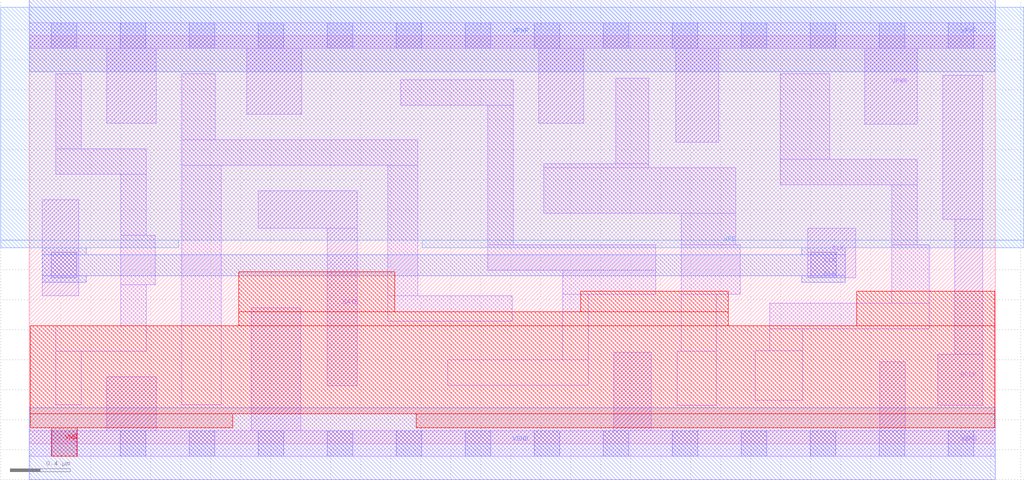
<source format=lef>
VERSION 5.7 ;
  NOWIREEXTENSIONATPIN ON ;
  DIVIDERCHAR "/" ;
  BUSBITCHARS "[]" ;
MACRO DCDC_CLKGATE
  CLASS BLOCK ;
  FOREIGN DCDC_CLKGATE ;
  ORIGIN -0.190 -0.240 ;
  SIZE 6.440 BY 2.720 ;
  PIN GATE
    ANTENNAGATEAREA 0.159000 ;
    PORT
      LAYER li1 ;
        RECT 1.715 1.675 2.375 1.925 ;
        RECT 2.175 0.625 2.375 1.675 ;
    END
  END GATE
  PIN GCLK
    ANTENNADIFFAREA 0.429000 ;
    PORT
      LAYER li1 ;
        RECT 6.280 1.735 6.545 2.695 ;
        RECT 6.360 0.835 6.545 1.735 ;
        RECT 6.245 0.495 6.545 0.835 ;
    END
  END GCLK
  PIN CLK
    ANTENNAGATEAREA 0.318000 ;
    PORT
      LAYER li1 ;
        RECT 0.275 1.225 0.520 1.865 ;
        RECT 5.380 1.345 5.700 1.675 ;
      LAYER mcon ;
        RECT 0.335 1.345 0.505 1.515 ;
        RECT 5.400 1.345 5.570 1.515 ;
      LAYER met1 ;
        RECT 0.275 1.500 0.570 1.545 ;
        RECT 5.340 1.500 5.630 1.545 ;
        RECT 0.275 1.360 5.630 1.500 ;
        RECT 0.275 1.315 0.570 1.360 ;
        RECT 5.340 1.315 5.630 1.360 ;
    END
  END CLK
  PIN VNB
    PORT
      LAYER pwell ;
        RECT 1.585 1.120 2.625 1.385 ;
        RECT 3.865 1.120 4.850 1.255 ;
        RECT 1.585 1.025 4.850 1.120 ;
        RECT 5.705 1.025 6.625 1.255 ;
        RECT 0.195 0.440 6.625 1.025 ;
        RECT 0.195 0.345 1.545 0.440 ;
        RECT 2.770 0.345 6.625 0.440 ;
        RECT 0.340 0.155 0.510 0.345 ;
    END
  END VNB
  PIN VPB
    PORT
      LAYER nwell ;
        RECT 0.000 1.595 6.820 3.150 ;
        RECT 0.000 1.545 1.185 1.595 ;
        RECT 2.810 1.545 6.820 1.595 ;
    END
  END VPB
  PIN VGND
    USE GROUND ;
    PORT
      LAYER li1 ;
        RECT 0.705 0.325 1.035 0.685 ;
        RECT 1.670 0.325 2.000 1.145 ;
        RECT 4.085 0.325 4.335 0.850 ;
        RECT 5.860 0.325 6.030 0.785 ;
        RECT 0.190 0.155 6.630 0.325 ;
      LAYER mcon ;
        RECT 0.335 0.155 0.505 0.325 ;
        RECT 0.795 0.155 0.965 0.325 ;
        RECT 1.255 0.155 1.425 0.325 ;
        RECT 1.715 0.155 1.885 0.325 ;
        RECT 2.175 0.155 2.345 0.325 ;
        RECT 2.635 0.155 2.805 0.325 ;
        RECT 3.095 0.155 3.265 0.325 ;
        RECT 3.555 0.155 3.725 0.325 ;
        RECT 4.015 0.155 4.185 0.325 ;
        RECT 4.475 0.155 4.645 0.325 ;
        RECT 4.935 0.155 5.105 0.325 ;
        RECT 5.395 0.155 5.565 0.325 ;
        RECT 5.855 0.155 6.025 0.325 ;
        RECT 6.315 0.155 6.485 0.325 ;
      LAYER met1 ;
        RECT 0.190 0.000 6.630 0.480 ;
    END
  END VGND
  PIN VPWR
    USE POWER ;
    PORT
      LAYER li1 ;
        RECT 0.190 2.875 6.630 3.045 ;
        RECT 0.705 2.375 1.035 2.875 ;
        RECT 1.640 2.435 2.005 2.875 ;
        RECT 3.585 2.375 3.885 2.875 ;
        RECT 4.500 2.250 4.785 2.875 ;
        RECT 5.760 2.370 6.110 2.875 ;
      LAYER mcon ;
        RECT 0.335 2.875 0.505 3.045 ;
        RECT 0.795 2.875 0.965 3.045 ;
        RECT 1.255 2.875 1.425 3.045 ;
        RECT 1.715 2.875 1.885 3.045 ;
        RECT 2.175 2.875 2.345 3.045 ;
        RECT 2.635 2.875 2.805 3.045 ;
        RECT 3.095 2.875 3.265 3.045 ;
        RECT 3.555 2.875 3.725 3.045 ;
        RECT 4.015 2.875 4.185 3.045 ;
        RECT 4.475 2.875 4.645 3.045 ;
        RECT 4.935 2.875 5.105 3.045 ;
        RECT 5.395 2.875 5.565 3.045 ;
        RECT 5.855 2.875 6.025 3.045 ;
        RECT 6.315 2.875 6.485 3.045 ;
      LAYER met1 ;
        RECT 0.190 2.720 6.630 3.200 ;
    END
  END VPWR
  OBS
      LAYER li1 ;
        RECT 0.365 2.205 0.535 2.705 ;
        RECT 1.205 2.265 1.430 2.705 ;
        RECT 2.665 2.495 3.415 2.665 ;
        RECT 0.365 2.035 0.970 2.205 ;
        RECT 0.800 1.630 0.970 2.035 ;
        RECT 1.205 2.095 2.780 2.265 ;
        RECT 0.800 1.300 1.030 1.630 ;
        RECT 0.800 1.025 0.970 1.300 ;
        RECT 0.365 0.855 0.970 1.025 ;
        RECT 0.365 0.500 0.535 0.855 ;
        RECT 1.205 0.500 1.470 2.095 ;
        RECT 2.580 1.225 2.780 2.095 ;
        RECT 3.245 1.565 3.415 2.495 ;
        RECT 4.100 2.105 4.320 2.675 ;
        RECT 3.620 2.080 4.320 2.105 ;
        RECT 5.195 2.135 5.525 2.705 ;
        RECT 3.620 1.775 4.900 2.080 ;
        RECT 5.195 1.965 6.110 2.135 ;
        RECT 4.535 1.565 4.900 1.775 ;
        RECT 5.940 1.565 6.110 1.965 ;
        RECT 3.245 1.395 4.365 1.565 ;
        RECT 3.745 1.235 4.365 1.395 ;
        RECT 4.535 1.235 4.930 1.565 ;
        RECT 2.580 1.055 3.410 1.225 ;
        RECT 3.745 0.800 3.915 1.235 ;
        RECT 4.535 0.855 4.770 1.235 ;
        RECT 5.940 1.175 6.190 1.565 ;
        RECT 5.125 1.005 6.190 1.175 ;
        RECT 5.125 0.860 5.345 1.005 ;
        RECT 2.980 0.630 3.915 0.800 ;
        RECT 4.510 0.495 4.770 0.855 ;
        RECT 5.030 0.530 5.345 0.860 ;
  END
END DCDC_CLKGATE
END LIBRARY

</source>
